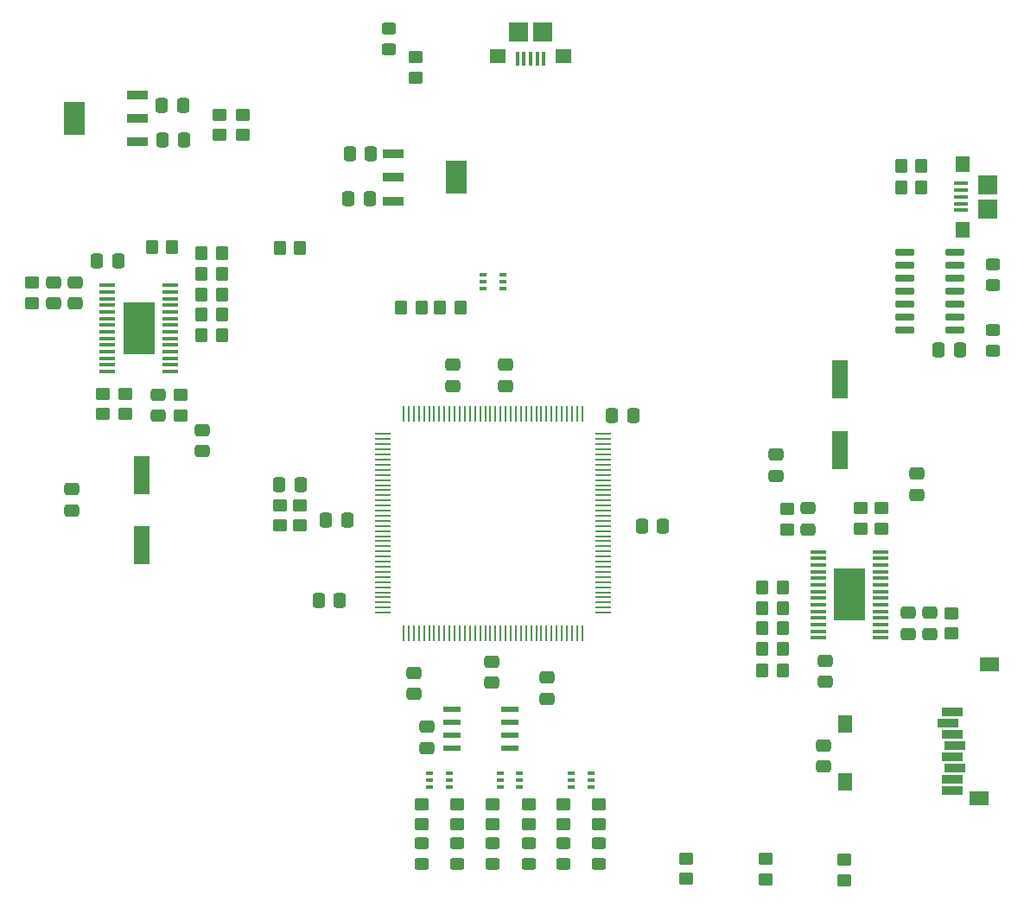
<source format=gbr>
%TF.GenerationSoftware,KiCad,Pcbnew,9.0.2*%
%TF.CreationDate,2025-06-06T13:12:36-07:00*%
%TF.ProjectId,MainBoard,4d61696e-426f-4617-9264-2e6b69636164,0.3*%
%TF.SameCoordinates,Original*%
%TF.FileFunction,Paste,Top*%
%TF.FilePolarity,Positive*%
%FSLAX46Y46*%
G04 Gerber Fmt 4.6, Leading zero omitted, Abs format (unit mm)*
G04 Created by KiCad (PCBNEW 9.0.2) date 2025-06-06 13:12:36*
%MOMM*%
%LPD*%
G01*
G04 APERTURE LIST*
G04 Aperture macros list*
%AMRoundRect*
0 Rectangle with rounded corners*
0 $1 Rounding radius*
0 $2 $3 $4 $5 $6 $7 $8 $9 X,Y pos of 4 corners*
0 Add a 4 corners polygon primitive as box body*
4,1,4,$2,$3,$4,$5,$6,$7,$8,$9,$2,$3,0*
0 Add four circle primitives for the rounded corners*
1,1,$1+$1,$2,$3*
1,1,$1+$1,$4,$5*
1,1,$1+$1,$6,$7*
1,1,$1+$1,$8,$9*
0 Add four rect primitives between the rounded corners*
20,1,$1+$1,$2,$3,$4,$5,0*
20,1,$1+$1,$4,$5,$6,$7,0*
20,1,$1+$1,$6,$7,$8,$9,0*
20,1,$1+$1,$8,$9,$2,$3,0*%
G04 Aperture macros list end*
%ADD10RoundRect,0.090000X0.865000X0.210000X-0.865000X0.210000X-0.865000X-0.210000X0.865000X-0.210000X0*%
%ADD11RoundRect,0.250000X-0.350000X-0.450000X0.350000X-0.450000X0.350000X0.450000X-0.350000X0.450000X0*%
%ADD12RoundRect,0.250000X-0.450000X0.325000X-0.450000X-0.325000X0.450000X-0.325000X0.450000X0.325000X0*%
%ADD13R,1.900000X1.900000*%
%ADD14R,1.400000X1.600000*%
%ADD15R,1.350000X0.400000*%
%ADD16RoundRect,0.250000X0.337500X0.475000X-0.337500X0.475000X-0.337500X-0.475000X0.337500X-0.475000X0*%
%ADD17RoundRect,0.250000X0.450000X-0.325000X0.450000X0.325000X-0.450000X0.325000X-0.450000X-0.325000X0*%
%ADD18RoundRect,0.250000X-0.475000X0.337500X-0.475000X-0.337500X0.475000X-0.337500X0.475000X0.337500X0*%
%ADD19RoundRect,0.250000X0.450000X-0.350000X0.450000X0.350000X-0.450000X0.350000X-0.450000X-0.350000X0*%
%ADD20RoundRect,0.250000X0.475000X-0.337500X0.475000X0.337500X-0.475000X0.337500X-0.475000X-0.337500X0*%
%ADD21R,0.650000X0.400000*%
%ADD22RoundRect,0.250000X-0.450000X0.350000X-0.450000X-0.350000X0.450000X-0.350000X0.450000X0.350000X0*%
%ADD23RoundRect,0.250000X0.350000X0.450000X-0.350000X0.450000X-0.350000X-0.450000X0.350000X-0.450000X0*%
%ADD24R,1.599999X0.449999*%
%ADD25R,3.099999X5.180000*%
%ADD26R,1.562100X0.279400*%
%ADD27R,0.279400X1.562100*%
%ADD28R,1.600200X3.810000*%
%ADD29R,2.066000X0.901600*%
%ADD30R,2.066000X3.201599*%
%ADD31R,1.663700X0.533400*%
%ADD32RoundRect,0.250000X-0.337500X-0.475000X0.337500X-0.475000X0.337500X0.475000X-0.337500X0.475000X0*%
%ADD33R,0.400000X1.350000*%
%ADD34R,1.600000X1.400000*%
%ADD35R,1.397000X1.803400*%
%ADD36R,1.905000X1.397000*%
%ADD37R,2.006600X0.812800*%
G04 APERTURE END LIST*
D10*
%TO.C,U9*%
X255780000Y-113070000D03*
X255780000Y-111800000D03*
X255780000Y-110530000D03*
X255780000Y-109260000D03*
X255780000Y-107990000D03*
X255780000Y-106720000D03*
X255780000Y-105450000D03*
X260700000Y-105450000D03*
X260700000Y-106720000D03*
X260700000Y-107990000D03*
X260700000Y-109260000D03*
X260700000Y-110530000D03*
X260700000Y-111800000D03*
X260700000Y-113070000D03*
%TD*%
D11*
%TO.C,R16*%
X257400000Y-99100000D03*
X255400000Y-99100000D03*
%TD*%
D12*
%TO.C,D10*%
X264400000Y-115125000D03*
X264400000Y-113075000D03*
%TD*%
D13*
%TO.C,J9*%
X263900000Y-101200000D03*
X263900000Y-98800000D03*
D14*
X261450000Y-96800000D03*
X261450000Y-103200000D03*
D15*
X261225000Y-98700000D03*
X261225000Y-99350000D03*
X261225000Y-100000000D03*
X261225000Y-100650000D03*
X261225000Y-101300000D03*
%TD*%
D16*
%TO.C,C19*%
X259062500Y-115000000D03*
X261137500Y-115000000D03*
%TD*%
D11*
%TO.C,R15*%
X257400000Y-97000000D03*
X255400000Y-97000000D03*
%TD*%
D17*
%TO.C,D9*%
X264400000Y-106575000D03*
X264400000Y-108625000D03*
%TD*%
D18*
%TO.C,C28*%
X256925000Y-127117500D03*
X256925000Y-129192500D03*
%TD*%
D17*
%TO.C,D5*%
X215400000Y-165400000D03*
X215400000Y-163350000D03*
%TD*%
D18*
%TO.C,C10*%
X207700000Y-146662500D03*
X207700000Y-148737500D03*
%TD*%
D19*
%TO.C,R29*%
X253500000Y-132500000D03*
X253500000Y-130500000D03*
%TD*%
D16*
%TO.C,C13*%
X203337500Y-100200000D03*
X201262500Y-100200000D03*
%TD*%
%TO.C,C3*%
X200400000Y-139550000D03*
X198325000Y-139550000D03*
%TD*%
D18*
%TO.C,C36*%
X208900000Y-151925000D03*
X208900000Y-154000000D03*
%TD*%
D20*
%TO.C,C7*%
X216600000Y-118537500D03*
X216600000Y-116462500D03*
%TD*%
D18*
%TO.C,C6*%
X211500000Y-116462500D03*
X211500000Y-118537500D03*
%TD*%
D11*
%TO.C,R33*%
X241800000Y-144300000D03*
X243800000Y-144300000D03*
%TD*%
D18*
%TO.C,C32*%
X243100000Y-125262500D03*
X243100000Y-127337500D03*
%TD*%
D21*
%TO.C,U6*%
X218000000Y-157800000D03*
X218000000Y-157150000D03*
X218000000Y-156500000D03*
X216100000Y-156500000D03*
X216100000Y-157150000D03*
X216100000Y-157800000D03*
%TD*%
D19*
%TO.C,R12*%
X242100128Y-166875000D03*
X242100128Y-164875000D03*
%TD*%
D18*
%TO.C,C31*%
X256131250Y-140762500D03*
X256131250Y-142837500D03*
%TD*%
D20*
%TO.C,C23*%
X174500000Y-110437500D03*
X174500000Y-108362500D03*
%TD*%
D22*
%TO.C,R28*%
X251400000Y-130500000D03*
X251400000Y-132500000D03*
%TD*%
D20*
%TO.C,C9*%
X215250000Y-147637500D03*
X215250000Y-145562500D03*
%TD*%
D23*
%TO.C,R40*%
X184000000Y-104900000D03*
X182000000Y-104900000D03*
%TD*%
D24*
%TO.C,U10*%
X177650001Y-108674999D03*
X177650001Y-109325000D03*
X177650001Y-109974999D03*
X177650001Y-110625000D03*
X177650001Y-111274998D03*
X177650001Y-111925000D03*
X177650001Y-112574998D03*
X177650001Y-113225000D03*
X177650001Y-113874998D03*
X177650001Y-114525000D03*
X177650001Y-115174998D03*
X177650001Y-115824999D03*
X177650001Y-116474998D03*
X177650001Y-117124999D03*
X183750002Y-117124999D03*
X183750002Y-116474998D03*
X183750002Y-115824999D03*
X183750002Y-115174998D03*
X183750002Y-114525000D03*
X183750002Y-113874998D03*
X183750002Y-113225000D03*
X183750002Y-112574998D03*
X183750002Y-111925000D03*
X183750002Y-111274998D03*
X183750002Y-110625000D03*
X183750002Y-109974999D03*
X183750002Y-109325000D03*
X183750002Y-108674999D03*
D25*
X180700000Y-112899999D03*
%TD*%
D22*
%TO.C,R5*%
X208400000Y-159500000D03*
X208400000Y-161500000D03*
%TD*%
D17*
%TO.C,D2*%
X211900000Y-165400000D03*
X211900000Y-163350000D03*
%TD*%
D20*
%TO.C,C8*%
X220700000Y-149168750D03*
X220700000Y-147093750D03*
%TD*%
D22*
%TO.C,R35*%
X260331250Y-140800000D03*
X260331250Y-142800000D03*
%TD*%
D23*
%TO.C,R22*%
X188850000Y-109550000D03*
X186850000Y-109550000D03*
%TD*%
D17*
%TO.C,D3*%
X208400000Y-165400000D03*
X208400000Y-163350000D03*
%TD*%
D22*
%TO.C,R6*%
X218900000Y-159500000D03*
X218900000Y-161500000D03*
%TD*%
D24*
%TO.C,U13*%
X253349999Y-143224999D03*
X253349999Y-142574998D03*
X253349999Y-141924999D03*
X253349999Y-141274998D03*
X253349999Y-140625000D03*
X253349999Y-139974998D03*
X253349999Y-139325000D03*
X253349999Y-138674998D03*
X253349999Y-138025000D03*
X253349999Y-137374998D03*
X253349999Y-136725000D03*
X253349999Y-136074999D03*
X253349999Y-135425000D03*
X253349999Y-134774999D03*
X247249998Y-134774999D03*
X247249998Y-135425000D03*
X247249998Y-136074999D03*
X247249998Y-136725000D03*
X247249998Y-137374998D03*
X247249998Y-138025000D03*
X247249998Y-138674998D03*
X247249998Y-139325000D03*
X247249998Y-139974998D03*
X247249998Y-140625000D03*
X247249998Y-141274998D03*
X247249998Y-141924999D03*
X247249998Y-142574998D03*
X247249998Y-143224999D03*
D25*
X250300000Y-138999999D03*
%TD*%
D12*
%TO.C,D1*%
X205200000Y-83475000D03*
X205200000Y-85525000D03*
%TD*%
D18*
%TO.C,C29*%
X248000000Y-145462500D03*
X248000000Y-147537500D03*
%TD*%
D21*
%TO.C,U7*%
X225000000Y-157800000D03*
X225000000Y-157150000D03*
X225000000Y-156500000D03*
X223100000Y-156500000D03*
X223100000Y-157150000D03*
X223100000Y-157800000D03*
%TD*%
D11*
%TO.C,R30*%
X241800000Y-138300000D03*
X243800000Y-138300000D03*
%TD*%
D22*
%TO.C,R1*%
X194500000Y-130200000D03*
X194500000Y-132200000D03*
%TD*%
D19*
%TO.C,R25*%
X170200000Y-110400000D03*
X170200000Y-108400000D03*
%TD*%
D11*
%TO.C,R32*%
X241800000Y-142300000D03*
X243800000Y-142300000D03*
%TD*%
D22*
%TO.C,R7*%
X215400000Y-159500000D03*
X215400000Y-161500000D03*
%TD*%
D26*
%TO.C,U1*%
X204624050Y-123250000D03*
X204624050Y-123749999D03*
X204624050Y-124250000D03*
X204624050Y-124749999D03*
X204624050Y-125250001D03*
X204624050Y-125750000D03*
X204624050Y-126249999D03*
X204624050Y-126750000D03*
X204624050Y-127249999D03*
X204624050Y-127750001D03*
X204624050Y-128250000D03*
X204624050Y-128749999D03*
X204624050Y-129250000D03*
X204624050Y-129749999D03*
X204624050Y-130250001D03*
X204624050Y-130750000D03*
X204624050Y-131249999D03*
X204624050Y-131750000D03*
X204624050Y-132250000D03*
X204624050Y-132749998D03*
X204624050Y-133250000D03*
X204624050Y-133749999D03*
X204624050Y-134250001D03*
X204624050Y-134750000D03*
X204624050Y-135249999D03*
X204624050Y-135750000D03*
X204624050Y-136249999D03*
X204624050Y-136750001D03*
X204624050Y-137250000D03*
X204624050Y-137749999D03*
X204624050Y-138250000D03*
X204624050Y-138749999D03*
X204624050Y-139250001D03*
X204624050Y-139750000D03*
X204624050Y-140249999D03*
X204624050Y-140750000D03*
D27*
X206650000Y-142775950D03*
X207149999Y-142775950D03*
X207650000Y-142775950D03*
X208149999Y-142775950D03*
X208650001Y-142775950D03*
X209150000Y-142775950D03*
X209649999Y-142775950D03*
X210150000Y-142775950D03*
X210649999Y-142775950D03*
X211150001Y-142775950D03*
X211650000Y-142775950D03*
X212149999Y-142775950D03*
X212650000Y-142775950D03*
X213149999Y-142775950D03*
X213650001Y-142775950D03*
X214150000Y-142775950D03*
X214649999Y-142775950D03*
X215150000Y-142775950D03*
X215650000Y-142775950D03*
X216150001Y-142775950D03*
X216650000Y-142775950D03*
X217149999Y-142775950D03*
X217650001Y-142775950D03*
X218150000Y-142775950D03*
X218650001Y-142775950D03*
X219150000Y-142775950D03*
X219649999Y-142775950D03*
X220150001Y-142775950D03*
X220650000Y-142775950D03*
X221150001Y-142775950D03*
X221650000Y-142775950D03*
X222149999Y-142775950D03*
X222650001Y-142775950D03*
X223150000Y-142775950D03*
X223650001Y-142775950D03*
X224150000Y-142775950D03*
D26*
X226175950Y-140750000D03*
X226175950Y-140250001D03*
X226175950Y-139750000D03*
X226175950Y-139250001D03*
X226175950Y-138749999D03*
X226175950Y-138250000D03*
X226175950Y-137750001D03*
X226175950Y-137250000D03*
X226175950Y-136750001D03*
X226175950Y-136249999D03*
X226175950Y-135750000D03*
X226175950Y-135250001D03*
X226175950Y-134750000D03*
X226175950Y-134250001D03*
X226175950Y-133749999D03*
X226175950Y-133250000D03*
X226175950Y-132750001D03*
X226175950Y-132250000D03*
X226175950Y-131750000D03*
X226175950Y-131249999D03*
X226175950Y-130750000D03*
X226175950Y-130250001D03*
X226175950Y-129749999D03*
X226175950Y-129250000D03*
X226175950Y-128749999D03*
X226175950Y-128250000D03*
X226175950Y-127750001D03*
X226175950Y-127249999D03*
X226175950Y-126750000D03*
X226175950Y-126249999D03*
X226175950Y-125750000D03*
X226175950Y-125250001D03*
X226175950Y-124749999D03*
X226175950Y-124250000D03*
X226175950Y-123749999D03*
X226175950Y-123250000D03*
D27*
X224150000Y-121224050D03*
X223650001Y-121224050D03*
X223150000Y-121224050D03*
X222650001Y-121224050D03*
X222149999Y-121224050D03*
X221650000Y-121224050D03*
X221150001Y-121224050D03*
X220650000Y-121224050D03*
X220150001Y-121224050D03*
X219649999Y-121224050D03*
X219150000Y-121224050D03*
X218650001Y-121224050D03*
X218150000Y-121224050D03*
X217650001Y-121224050D03*
X217149999Y-121224050D03*
X216650000Y-121224050D03*
X216150001Y-121224050D03*
X215650000Y-121224050D03*
X215150000Y-121224050D03*
X214649999Y-121224050D03*
X214150000Y-121224050D03*
X213650001Y-121224050D03*
X213149999Y-121224050D03*
X212650000Y-121224050D03*
X212149999Y-121224050D03*
X211650000Y-121224050D03*
X211150001Y-121224050D03*
X210649999Y-121224050D03*
X210150000Y-121224050D03*
X209649999Y-121224050D03*
X209150000Y-121224050D03*
X208650001Y-121224050D03*
X208149999Y-121224050D03*
X207650000Y-121224050D03*
X207149999Y-121224050D03*
X206650000Y-121224050D03*
%TD*%
D11*
%TO.C,R31*%
X241800000Y-140300000D03*
X243800000Y-140300000D03*
%TD*%
D22*
%TO.C,R17*%
X184800000Y-119400000D03*
X184800000Y-121400000D03*
%TD*%
D21*
%TO.C,U5*%
X211100000Y-157800000D03*
X211100000Y-157150000D03*
X211100000Y-156500000D03*
X209200000Y-156500000D03*
X209200000Y-157150000D03*
X209200000Y-157800000D03*
%TD*%
D28*
%TO.C,C33*%
X249400000Y-124800000D03*
X249400000Y-117891200D03*
%TD*%
D23*
%TO.C,R37*%
X196500000Y-105000000D03*
X194500000Y-105000000D03*
%TD*%
D29*
%TO.C,U2*%
X205624200Y-95800000D03*
X205624200Y-98100000D03*
X205624200Y-100400000D03*
D30*
X211775800Y-98100000D03*
%TD*%
D31*
%TO.C,U15*%
X217025750Y-154005000D03*
X217025750Y-152735000D03*
X217025750Y-151465000D03*
X217025750Y-150195000D03*
X211374250Y-150195000D03*
X211374250Y-151465000D03*
X211374250Y-152735000D03*
X211374250Y-154005000D03*
%TD*%
D16*
%TO.C,C4*%
X201137500Y-131650000D03*
X199062500Y-131650000D03*
%TD*%
D19*
%TO.C,R39*%
X188650000Y-93950000D03*
X188650000Y-91950000D03*
%TD*%
%TO.C,R13*%
X249840128Y-166975000D03*
X249840128Y-164975000D03*
%TD*%
%TO.C,R38*%
X190900000Y-93950000D03*
X190900000Y-91950000D03*
%TD*%
D20*
%TO.C,C22*%
X172400000Y-110437500D03*
X172400000Y-108362500D03*
%TD*%
D17*
%TO.C,D4*%
X218900000Y-165400000D03*
X218900000Y-163350000D03*
%TD*%
D19*
%TO.C,R14*%
X234310128Y-166851200D03*
X234310128Y-164851200D03*
%TD*%
D18*
%TO.C,C20*%
X182600000Y-119362500D03*
X182600000Y-121437500D03*
%TD*%
D19*
%TO.C,R3*%
X207800000Y-88300000D03*
X207800000Y-86300000D03*
%TD*%
D20*
%TO.C,C24*%
X186900000Y-124937500D03*
X186900000Y-122862500D03*
%TD*%
D23*
%TO.C,R20*%
X188850000Y-113550000D03*
X186850000Y-113550000D03*
%TD*%
D16*
%TO.C,C5*%
X229137500Y-121400000D03*
X227062500Y-121400000D03*
%TD*%
D19*
%TO.C,R27*%
X244200000Y-132600000D03*
X244200000Y-130600000D03*
%TD*%
D21*
%TO.C,U8*%
X214450000Y-107650000D03*
X214450000Y-108300000D03*
X214450000Y-108950000D03*
X216350000Y-108950000D03*
X216350000Y-108300000D03*
X216350000Y-107650000D03*
%TD*%
D19*
%TO.C,R18*%
X179400000Y-121300000D03*
X179400000Y-119300000D03*
%TD*%
D17*
%TO.C,D6*%
X225800000Y-165400000D03*
X225800000Y-163350000D03*
%TD*%
D32*
%TO.C,C1*%
X194462500Y-128200000D03*
X196537500Y-128200000D03*
%TD*%
%TO.C,C14*%
X182962500Y-91000000D03*
X185037500Y-91000000D03*
%TD*%
D17*
%TO.C,D7*%
X222300000Y-165400000D03*
X222300000Y-163350000D03*
%TD*%
D22*
%TO.C,R4*%
X211900000Y-159500000D03*
X211900000Y-161500000D03*
%TD*%
D11*
%TO.C,R11*%
X206410000Y-110876200D03*
X208410000Y-110876200D03*
%TD*%
D20*
%TO.C,C30*%
X258231250Y-142837500D03*
X258231250Y-140762500D03*
%TD*%
D19*
%TO.C,R2*%
X196500000Y-132200000D03*
X196500000Y-130200000D03*
%TD*%
D33*
%TO.C,J4*%
X220400000Y-86475000D03*
X219750000Y-86475000D03*
X219100000Y-86475000D03*
X218450000Y-86475000D03*
X217800000Y-86475000D03*
D34*
X222300000Y-86250000D03*
X215900000Y-86250000D03*
D13*
X217900000Y-83800000D03*
X220300000Y-83800000D03*
%TD*%
D29*
%TO.C,U3*%
X180575800Y-94628500D03*
X180575800Y-92328500D03*
X180575800Y-90028500D03*
D30*
X174424200Y-92328500D03*
%TD*%
D32*
%TO.C,C12*%
X183062500Y-94400000D03*
X185137500Y-94400000D03*
%TD*%
D11*
%TO.C,R34*%
X241800000Y-146400000D03*
X243800000Y-146400000D03*
%TD*%
D22*
%TO.C,R8*%
X225800000Y-159500000D03*
X225800000Y-161500000D03*
%TD*%
D20*
%TO.C,C35*%
X247800000Y-155837500D03*
X247800000Y-153762500D03*
%TD*%
%TO.C,C27*%
X174150000Y-130707500D03*
X174150000Y-128632500D03*
%TD*%
D16*
%TO.C,C21*%
X178675000Y-106300000D03*
X176600000Y-106300000D03*
%TD*%
D23*
%TO.C,R10*%
X212210000Y-110876200D03*
X210210000Y-110876200D03*
%TD*%
%TO.C,R23*%
X188850000Y-107550000D03*
X186850000Y-107550000D03*
%TD*%
D16*
%TO.C,C2*%
X232087500Y-132250000D03*
X230012500Y-132250000D03*
%TD*%
D23*
%TO.C,R24*%
X188850000Y-105550000D03*
X186850000Y-105550000D03*
%TD*%
D22*
%TO.C,R9*%
X222300000Y-159500000D03*
X222300000Y-161500000D03*
%TD*%
D23*
%TO.C,R21*%
X188850000Y-111550000D03*
X186850000Y-111550000D03*
%TD*%
D22*
%TO.C,R19*%
X177200000Y-119300000D03*
X177200000Y-121300000D03*
%TD*%
D28*
%TO.C,C25*%
X181000000Y-127240900D03*
X181000000Y-134149700D03*
%TD*%
D35*
%TO.C,J17*%
X249878399Y-157350000D03*
X249878399Y-151649999D03*
D36*
X263028401Y-158950000D03*
X264028401Y-145799998D03*
D37*
X260428401Y-150459999D03*
X260028402Y-151560073D03*
X260428401Y-152659999D03*
X260628401Y-153760000D03*
X260428401Y-154860000D03*
X260628401Y-155960000D03*
X260428401Y-157060001D03*
X260428401Y-158160001D03*
%TD*%
D16*
%TO.C,C11*%
X203437500Y-95800000D03*
X201362500Y-95800000D03*
%TD*%
D20*
%TO.C,C26*%
X246300000Y-132600000D03*
X246300000Y-130525000D03*
%TD*%
M02*

</source>
